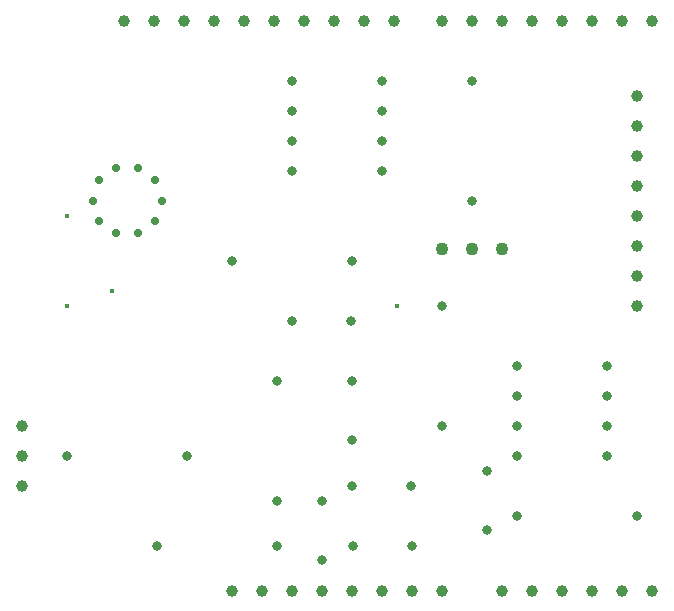
<source format=gbr>
%TF.GenerationSoftware,KiCad,Pcbnew,7.0.9*%
%TF.CreationDate,2023-12-15T17:57:31+01:00*%
%TF.ProjectId,MOSHield2,4d4f5348-6965-46c6-9432-2e6b69636164,rev?*%
%TF.SameCoordinates,Original*%
%TF.FileFunction,Plated,1,2,PTH,Drill*%
%TF.FilePolarity,Positive*%
%FSLAX46Y46*%
G04 Gerber Fmt 4.6, Leading zero omitted, Abs format (unit mm)*
G04 Created by KiCad (PCBNEW 7.0.9) date 2023-12-15 17:57:31*
%MOMM*%
%LPD*%
G01*
G04 APERTURE LIST*
%TA.AperFunction,ViaDrill*%
%ADD10C,0.400000*%
%TD*%
%TA.AperFunction,ComponentDrill*%
%ADD11C,0.700000*%
%TD*%
%TA.AperFunction,ComponentDrill*%
%ADD12C,0.800000*%
%TD*%
%TA.AperFunction,ComponentDrill*%
%ADD13C,1.000000*%
%TD*%
%TA.AperFunction,ComponentDrill*%
%ADD14C,1.100000*%
%TD*%
G04 APERTURE END LIST*
D10*
X113970000Y-65710000D03*
X113970000Y-73330000D03*
X117780000Y-72060000D03*
X141910000Y-73330000D03*
D11*
%TO.C,GS1*%
X116135000Y-64440000D03*
X116692670Y-62723667D03*
X116692670Y-66156333D03*
X118152670Y-61662915D03*
X118152670Y-67217085D03*
X119957330Y-61662915D03*
X119957330Y-67217085D03*
X121417330Y-62723667D03*
X121417330Y-66156333D03*
X121975000Y-64440000D03*
D12*
%TO.C,R5*%
X113970000Y-86030000D03*
%TO.C,R4*%
X121590000Y-93650000D03*
%TO.C,R5*%
X124130000Y-86030000D03*
%TO.C,R3*%
X127940000Y-69520000D03*
%TO.C,R1*%
X131750000Y-79680000D03*
X131750000Y-89840000D03*
%TO.C,R4*%
X131750000Y-93650000D03*
%TO.C,U2*%
X133030000Y-54290000D03*
X133030000Y-56830000D03*
X133030000Y-59370000D03*
X133030000Y-61910000D03*
%TO.C,C4*%
X133060000Y-74600000D03*
%TO.C,C6*%
X135560000Y-89840000D03*
X135560000Y-94840000D03*
%TO.C,C4*%
X138060000Y-74600000D03*
%TO.C,R3*%
X138100000Y-69520000D03*
%TO.C,C1*%
X138100000Y-79720000D03*
X138100000Y-84720000D03*
%TO.C,C5*%
X138140000Y-88570000D03*
%TO.C,C3*%
X138180000Y-93650000D03*
%TO.C,U2*%
X140650000Y-54290000D03*
X140650000Y-56830000D03*
X140650000Y-59370000D03*
X140650000Y-61910000D03*
%TO.C,C5*%
X143140000Y-88570000D03*
%TO.C,C3*%
X143180000Y-93650000D03*
%TO.C,R8*%
X145720000Y-73330000D03*
X145720000Y-83490000D03*
%TO.C,R7*%
X148260000Y-54280000D03*
X148260000Y-64440000D03*
%TO.C,C2*%
X149530000Y-87340000D03*
X149530000Y-92340000D03*
%TO.C,R6*%
X152070000Y-91110000D03*
%TO.C,U1*%
X152080000Y-78420000D03*
X152080000Y-80960000D03*
X152080000Y-83500000D03*
X152080000Y-86040000D03*
X159700000Y-78420000D03*
X159700000Y-80960000D03*
X159700000Y-83500000D03*
X159700000Y-86040000D03*
%TO.C,R6*%
X162230000Y-91110000D03*
D13*
%TO.C,J5*%
X110160000Y-83505000D03*
X110160000Y-86045000D03*
X110160000Y-88585000D03*
%TO.C,J2*%
X118796000Y-49200000D03*
X121336000Y-49200000D03*
X123876000Y-49200000D03*
X126416000Y-49200000D03*
%TO.C,J1*%
X127940000Y-97460000D03*
%TO.C,J2*%
X128956000Y-49200000D03*
%TO.C,J1*%
X130480000Y-97460000D03*
%TO.C,J2*%
X131496000Y-49200000D03*
%TO.C,J1*%
X133020000Y-97460000D03*
%TO.C,J2*%
X134036000Y-49200000D03*
%TO.C,J1*%
X135560000Y-97460000D03*
%TO.C,J2*%
X136576000Y-49200000D03*
%TO.C,J1*%
X138100000Y-97460000D03*
%TO.C,J2*%
X139116000Y-49200000D03*
%TO.C,J1*%
X140640000Y-97460000D03*
%TO.C,J2*%
X141656000Y-49200000D03*
%TO.C,J1*%
X143180000Y-97460000D03*
%TO.C,J4*%
X145720000Y-49200000D03*
%TO.C,J1*%
X145720000Y-97460000D03*
%TO.C,J4*%
X148260000Y-49200000D03*
X150800000Y-49200000D03*
%TO.C,J3*%
X150800000Y-97460000D03*
%TO.C,J4*%
X153340000Y-49200000D03*
%TO.C,J3*%
X153340000Y-97460000D03*
%TO.C,J4*%
X155880000Y-49200000D03*
%TO.C,J3*%
X155880000Y-97460000D03*
%TO.C,J4*%
X158420000Y-49200000D03*
%TO.C,J3*%
X158420000Y-97460000D03*
%TO.C,J4*%
X160960000Y-49200000D03*
%TO.C,J3*%
X160960000Y-97460000D03*
%TO.C,J7*%
X162230000Y-55550000D03*
X162230000Y-58090000D03*
X162230000Y-60630000D03*
X162230000Y-63170000D03*
X162230000Y-65710000D03*
X162230000Y-68250000D03*
X162230000Y-70790000D03*
X162230000Y-73330000D03*
%TO.C,J4*%
X163500000Y-49200000D03*
%TO.C,J3*%
X163500000Y-97460000D03*
D14*
%TO.C,Q1*%
X145720000Y-68575000D03*
X148260000Y-68575000D03*
X150800000Y-68575000D03*
M02*

</source>
